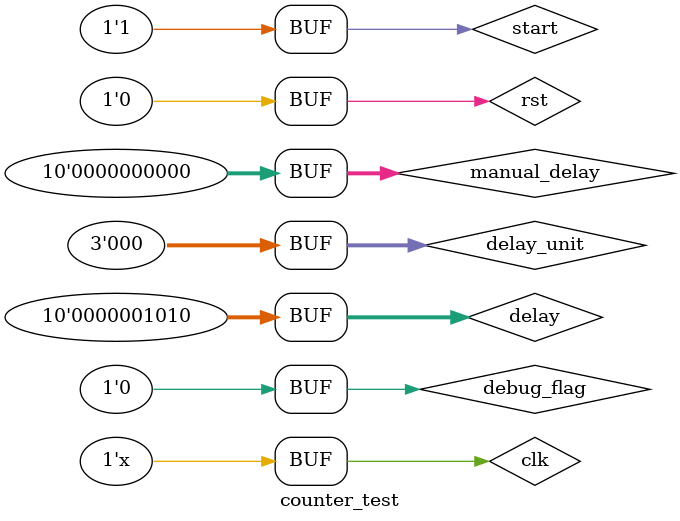
<source format=v>
`timescale 1ns / 1ps


module counter_test;
wire count_done;
reg [9:0] manual_delay;
reg [9:0] delay;
reg [2:0] delay_unit;
reg clk, rst, start;
reg debug_flag;
counter uut (.manual_delay(manual_delay), .debug_flag(debug_flag), .delay(delay), .delay_unit(delay_unit), .count_done(count_done), .clk(clk), .rst(rst));

initial begin

/*#10;

rst = 0;
manual_delay = 0;
delay_unit = 3'b000;
delay = 9'b00000_00000;
debug_flag = 0;
start = 0;

#10;

rst = 1;
clk = 0;

#10;*/

/*rst = 0;
start = 1;
manual_delay = 0;
delay_unit = 3'b000;
delay = 9'b00011_00100;
debug_flag = 0;


#10;*/

rst = 0;
start = 1;
manual_delay = 0;
delay_unit = 3'b000;
delay = 9'b00000_01010;
debug_flag = 0;
end
parameter clk_period = 10;
 initial 
     clk = 0;
     always #5 
         clk = ~clk;
endmodule

</source>
